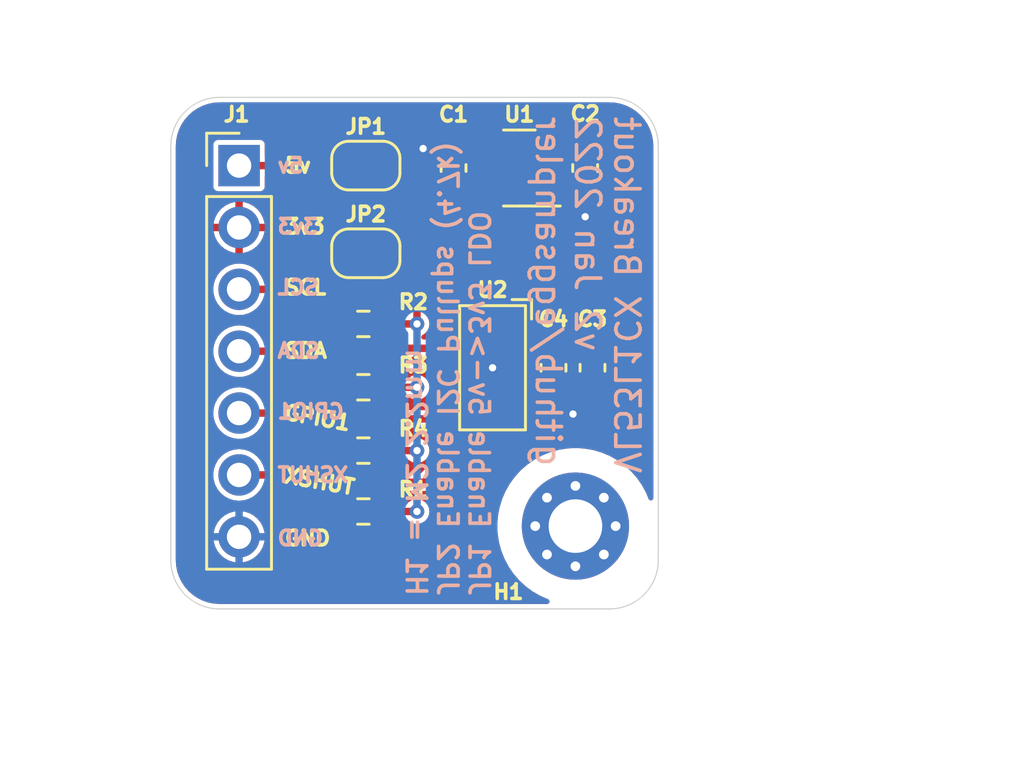
<source format=kicad_pcb>
(kicad_pcb (version 20211014) (generator pcbnew)
  (layers (0 "F.Cu" signal) (31 "B.Cu" signal) (34 "B.Paste" user) (35 "F.Paste" user) (36 "B.SilkS" user "B.Silkscreen") (37 "F.SilkS" user "F.Silkscreen") (38 "B.Mask" user) (39 "F.Mask" user) (44 "Edge.Cuts" user))
  (net 0 "")
  (net 1 "GND")
  (net 2 "+5V")
  (net 3 "+3V3")
  (net 4 "/XSHUT")
  (net 5 "/SCL")
  (net 6 "/SDA")
  (net 7 "/GPIO1")
  (net 9 "VCC")
  (net 10 "/PULLUP")
  (footprint "Capacitor_SMD:C_0603_1608Metric" (layer "F.Cu") (at 133.6 98.9 90)
    (fp_text reference "C1" (at 2.2 0 180) (layer "F.SilkS") (effects (font (size 0.6 0.6))))
    (fp_text value "1u")
    (fp_line (start -0.14058 -0.51) (end 0.14058 -0.51) (layer "F.SilkS") (width 0.12))
    (fp_line (start -0.14058 0.51) (end 0.14058 0.51) (layer "F.SilkS") (width 0.12))
    (pad "1" smd roundrect locked (at -0.775 0 90) (size 0.9 0.95) (layers "F.Cu" "F.Paste" "F.Mask") (net 9 "VCC"))
    (pad "2" smd roundrect locked (at 0.775 0 90) (size 0.9 0.95) (layers "F.Cu" "F.Paste" "F.Mask") (net 1 "GND"))
  )
  (footprint "Capacitor_SMD:C_0603_1608Metric" (layer "F.Cu") (at 139 98.9 -90)
    (fp_text reference "C2" (at -2.225 0 180) (layer "F.SilkS") (effects (font (size 0.6 0.6))))
    (fp_text value "1u")
    (fp_line (start -0.14058 0.51) (end 0.14058 0.51) (layer "F.SilkS") (width 0.12))
    (fp_line (start -0.14058 -0.51) (end 0.14058 -0.51) (layer "F.SilkS") (width 0.12))
    (pad "1" smd roundrect locked (at -0.775 0 270) (size 0.9 0.95) (layers "F.Cu" "F.Paste" "F.Mask") (net 3 "+3V3"))
    (pad "2" smd roundrect locked (at 0.775 0 270) (size 0.9 0.95) (layers "F.Cu" "F.Paste" "F.Mask") (net 1 "GND"))
  )
  (footprint "Capacitor_SMD:C_0603_1608Metric" (layer "F.Cu") (at 139.3 107.1 -90)
    (fp_text reference "C3" (at -2 0 180) (layer "F.SilkS") (effects (font (size 0.6 0.6))))
    (fp_text value "100n")
    (fp_line (start -0.14058 -0.51) (end 0.14058 -0.51) (layer "F.SilkS") (width 0.12))
    (fp_line (start -0.14058 0.51) (end 0.14058 0.51) (layer "F.SilkS") (width 0.12))
    (pad "1" smd roundrect locked (at -0.775 0 270) (size 0.9 0.95) (layers "F.Cu" "F.Paste" "F.Mask") (net 3 "+3V3"))
    (pad "2" smd roundrect locked (at 0.775 0 270) (size 0.9 0.95) (layers "F.Cu" "F.Paste" "F.Mask") (net 1 "GND"))
  )
  (footprint "Capacitor_SMD:C_0603_1608Metric" (layer "F.Cu") (at 137.7 107.1 -90)
    (fp_text reference "C4" (at -2 0 180) (layer "F.SilkS") (effects (font (size 0.6 0.6))))
    (fp_text value "4.7u")
    (fp_line (start -0.14058 0.51) (end 0.14058 0.51) (layer "F.SilkS") (width 0.12))
    (fp_line (start -0.14058 -0.51) (end 0.14058 -0.51) (layer "F.SilkS") (width 0.12))
    (pad "1" smd roundrect locked (at -0.775 0 270) (size 0.9 0.95) (layers "F.Cu" "F.Paste" "F.Mask") (net 3 "+3V3"))
    (pad "2" smd roundrect locked (at 0.775 0 270) (size 0.9 0.95) (layers "F.Cu" "F.Paste" "F.Mask") (net 1 "GND"))
  )
  (footprint "Connector_PinHeader_2.54mm:PinHeader_1x07_P2.54mm_Vertical" (layer "F.Cu") (at 124.8 98.8)
    (fp_text reference "J1" (at -0.1 -2.1) (layer "F.SilkS") (effects (font (size 0.6 0.6))))
    (fp_text value "Conn_01x07")
    (fp_line (start 1.33 1.27) (end 1.33 16.57) (layer "F.SilkS") (width 0.12))
    (fp_line (start -1.33 0) (end -1.33 -1.33) (layer "F.SilkS") (width 0.12))
    (fp_line (start -1.33 1.27) (end 1.33 1.27) (layer "F.SilkS") (width 0.12))
    (fp_line (start -1.33 1.27) (end -1.33 16.57) (layer "F.SilkS") (width 0.12))
    (fp_line (start -1.33 -1.33) (end 0 -1.33) (layer "F.SilkS") (width 0.12))
    (fp_line (start -1.33 16.57) (end 1.33 16.57) (layer "F.SilkS") (width 0.12))
    (pad "1" thru_hole rect locked (at 0 0) (size 1.7 1.7) (drill 1) (layers *.Cu *.Mask) (net 2 "+5V"))
    (pad "2" thru_hole oval locked (at 0 2.54) (size 1.7 1.7) (drill 1) (layers *.Cu *.Mask) (net 3 "+3V3"))
    (pad "3" thru_hole oval locked (at 0 5.08) (size 1.7 1.7) (drill 1) (layers *.Cu *.Mask) (net 5 "/SCL"))
    (pad "4" thru_hole oval locked (at 0 7.62) (size 1.7 1.7) (drill 1) (layers *.Cu *.Mask) (net 6 "/SDA"))
    (pad "5" thru_hole oval locked (at 0 10.16) (size 1.7 1.7) (drill 1) (layers *.Cu *.Mask) (net 7 "/GPIO1"))
    (pad "6" thru_hole oval locked (at 0 12.7) (size 1.7 1.7) (drill 1) (layers *.Cu *.Mask) (net 4 "/XSHUT"))
    (pad "7" thru_hole oval locked (at 0 15.24) (size 1.7 1.7) (drill 1) (layers *.Cu *.Mask) (net 1 "GND"))
  )
  (footprint "Resistor_SMD:R_0603_1608Metric" (layer "F.Cu") (at 129.9 113 180)
    (fp_text reference "R1" (at -2.05 0.9) (layer "F.SilkS") (effects (font (size 0.6 0.6))))
    (fp_text value "4.7K")
    (fp_line (start -0.237258 0.5225) (end 0.237258 0.5225) (layer "F.SilkS") (width 0.12))
    (fp_line (start -0.237258 -0.5225) (end 0.237258 -0.5225) (layer "F.SilkS") (width 0.12))
    (pad "1" smd roundrect locked (at -0.825 0 180) (size 0.8 0.95) (layers "F.Cu" "F.Paste" "F.Mask") (net 10 "/PULLUP"))
    (pad "2" smd roundrect locked (at 0.825 0 180) (size 0.8 0.95) (layers "F.Cu" "F.Paste" "F.Mask") (net 4 "/XSHUT"))
  )
  (footprint "Resistor_SMD:R_0603_1608Metric" (layer "F.Cu") (at 129.9 105.3 180)
    (fp_text reference "R2" (at -2.05 0.9) (layer "F.SilkS") (effects (font (size 0.6 0.6))))
    (fp_text value "4.7K")
    (fp_line (start -0.237258 -0.5225) (end 0.237258 -0.5225) (layer "F.SilkS") (width 0.12))
    (fp_line (start -0.237258 0.5225) (end 0.237258 0.5225) (layer "F.SilkS") (width 0.12))
    (pad "1" smd roundrect locked (at -0.825 0 180) (size 0.8 0.95) (layers "F.Cu" "F.Paste" "F.Mask") (net 10 "/PULLUP"))
    (pad "2" smd roundrect locked (at 0.825 0 180) (size 0.8 0.95) (layers "F.Cu" "F.Paste" "F.Mask") (net 5 "/SCL"))
  )
  (footprint "Resistor_SMD:R_0603_1608Metric" (layer "F.Cu") (at 129.9 107.9 180)
    (fp_text reference "R3" (at -2.05 0.9) (layer "F.SilkS") (effects (font (size 0.6 0.6))))
    (fp_text value "4.7K")
    (fp_line (start -0.237258 -0.5225) (end 0.237258 -0.5225) (layer "F.SilkS") (width 0.12))
    (fp_line (start -0.237258 0.5225) (end 0.237258 0.5225) (layer "F.SilkS") (width 0.12))
    (pad "1" smd roundrect locked (at -0.825 0 180) (size 0.8 0.95) (layers "F.Cu" "F.Paste" "F.Mask") (net 10 "/PULLUP"))
    (pad "2" smd roundrect locked (at 0.825 0 180) (size 0.8 0.95) (layers "F.Cu" "F.Paste" "F.Mask") (net 6 "/SDA"))
  )
  (footprint "Resistor_SMD:R_0603_1608Metric" (layer "F.Cu") (at 129.9 110.5 180)
    (fp_text reference "R4" (at -2.05 0.9) (layer "F.SilkS") (effects (font (size 0.6 0.6))))
    (fp_text value "4.7K")
    (fp_line (start -0.237258 0.5225) (end 0.237258 0.5225) (layer "F.SilkS") (width 0.12))
    (fp_line (start -0.237258 -0.5225) (end 0.237258 -0.5225) (layer "F.SilkS") (width 0.12))
    (pad "1" smd roundrect locked (at -0.825 0 180) (size 0.8 0.95) (layers "F.Cu" "F.Paste" "F.Mask") (net 10 "/PULLUP"))
    (pad "2" smd roundrect locked (at 0.825 0 180) (size 0.8 0.95) (layers "F.Cu" "F.Paste" "F.Mask") (net 7 "/GPIO1"))
  )
  (footprint "Package_TO_SOT_SMD:SOT-23" (layer "F.Cu") (at 136.3 98.9 180)
    (fp_text reference "U1" (at 0 2.2) (layer "F.SilkS") (effects (font (size 0.6 0.6))))
    (fp_text value "XC6206PxxxMR")
    (fp_line (start 0 1.56) (end 0.65 1.56) (layer "F.SilkS") (width 0.12))
    (fp_line (start 0 -1.56) (end 0.65 -1.56) (layer "F.SilkS") (width 0.12))
    (fp_line (start 0 -1.56) (end -1.675 -1.56) (layer "F.SilkS") (width 0.12))
    (fp_line (start 0 1.56) (end -0.65 1.56) (layer "F.SilkS") (width 0.12))
    (pad "1" smd roundrect locked (at -0.9375 -0.95 180) (size 1.475 0.6) (layers "F.Cu" "F.Paste" "F.Mask") (net 1 "GND"))
    (pad "2" smd roundrect locked (at -0.9375 0.95 180) (size 1.475 0.6) (layers "F.Cu" "F.Paste" "F.Mask") (net 3 "+3V3"))
    (pad "3" smd roundrect locked (at 0.9375 0 180) (size 1.475 0.6) (layers "F.Cu" "F.Paste" "F.Mask") (net 9 "VCC"))
  )
  (footprint "Sensor_Distance:ST_VL53L1x" (layer "F.Cu") (at 135.2 107.1 -90)
    (fp_text reference "U2" (at -3.2 0 180) (layer "F.SilkS") (effects (font (size 0.6 0.6))))
    (fp_text value "VL53L1CXV0FY1")
    (fp_line (start -2.8 -1.6) (end -2 -1.6) (layer "F.SilkS") (width 0.12))
    (fp_line (start -2.8 -0.8) (end -2.8 -1.6) (layer "F.SilkS") (width 0.12))
    (fp_line (start -2.55 1.35) (end 2.55 1.35) (layer "F.SilkS") (width 0.12))
    (fp_line (start 2.55 1.35) (end 2.55 -1.35) (layer "F.SilkS") (width 0.12))
    (fp_line (start 2.55 -1.35) (end -2.55 -1.35) (layer "F.SilkS") (width 0.12))
    (fp_line (start -2.55 -1.35) (end -2.55 1.35) (layer "F.SilkS") (width 0.12))
    (pad "1" smd roundrect locked (at -1.74 -0.675 270) (size 0.38 0.25) (layers "F.Cu" "F.Paste" "F.Mask") (net 3 "+3V3"))
    (pad "1" smd roundrect locked (at -1.6 -0.8 270) (size 0.5 0.5) (layers "F.Cu" "F.Paste" "F.Mask") (net 3 "+3V3"))
    (pad "2" smd roundrect locked (at -0.8 -0.8 270) (size 0.5 0.5) (layers "F.Cu" "F.Paste" "F.Mask") (net 1 "GND"))
    (pad "3" smd roundrect locked (at 0 -0.8 270) (size 0.5 0.5) (layers "F.Cu" "F.Paste" "F.Mask") (net 1 "GND"))
    (pad "4" smd roundrect locked (at 0.8 -0.8 270) (size 0.5 0.5) (layers "F.Cu" "F.Paste" "F.Mask") (net 1 "GND"))
    (pad "5" smd roundrect locked (at 1.6 -0.8 270) (size 0.5 0.5) (layers "F.Cu" "F.Paste" "F.Mask") (net 4 "/XSHUT"))
    (pad "6" smd roundrect locked (at 1.6 0 270) (size 0.5 0.5) (layers "F.Cu" "F.Paste" "F.Mask") (net 1 "GND"))
    (pad "7" smd roundrect locked (at 1.6 0.8 270) (size 0.5 0.5) (layers "F.Cu" "F.Paste" "F.Mask") (net 7 "/GPIO1"))
    (pad "8" smd roundrect locked (at 0.8 0.8 270) (size 0.5 0.5) (layers "F.Cu" "F.Paste" "F.Mask"))
    (pad "9" smd roundrect locked (at 0 0.8 270) (size 0.5 0.5) (layers "F.Cu" "F.Paste" "F.Mask") (net 6 "/SDA"))
    (pad "10" smd roundrect locked (at -0.8 0.8 270) (size 0.5 0.5) (layers "F.Cu" "F.Paste" "F.Mask") (net 5 "/SCL"))
    (pad "11" smd roundrect locked (at -1.6 0.8 270) (size 0.5 0.5) (layers "F.Cu" "F.Paste" "F.Mask") (net 3 "+3V3"))
    (pad "12" smd roundrect locked (at -1.6 0 270) (size 0.5 0.5) (layers "F.Cu" "F.Paste" "F.Mask") (net 1 "GND"))
  )
  (footprint "MountingHole:MountingHole_2.2mm_M2_Pad_Via" (layer "F.Cu") (at 138.6 113.6)
    (fp_text reference "H1" (at -2.75 2.7) (layer "F.SilkS") (effects (font (size 0.6 0.6))))
    (fp_text value "MountingHole")
    (pad "1" thru_hole circle locked (at 1.65 0) (size 0.7 0.7) (drill 0.4) (layers *.Cu *.Mask))
    (pad "1" thru_hole circle locked (at -1.166726 1.166726) (size 0.7 0.7) (drill 0.4) (layers *.Cu *.Mask))
    (pad "1" thru_hole circle locked (at -1.166726 -1.166726) (size 0.7 0.7) (drill 0.4) (layers *.Cu *.Mask))
    (pad "1" thru_hole circle locked (at 0 1.65) (size 0.7 0.7) (drill 0.4) (layers *.Cu *.Mask))
    (pad "1" thru_hole circle locked (at -1.65 0) (size 0.7 0.7) (drill 0.4) (layers *.Cu *.Mask))
    (pad "1" thru_hole circle locked (at 1.166726 1.166726) (size 0.7 0.7) (drill 0.4) (layers *.Cu *.Mask))
    (pad "1" thru_hole circle locked (at 0 0) (size 4.4 4.4) (drill 2.2) (layers *.Cu *.Mask) (clearance 1))
    (pad "1" thru_hole circle locked (at 1.166726 -1.166726) (size 0.7 0.7) (drill 0.4) (layers *.Cu *.Mask))
    (pad "1" thru_hole circle locked (at 0 -1.65) (size 0.7 0.7) (drill 0.4) (layers *.Cu *.Mask))
  )
  (footprint "Jumper:SolderJumper-2_P1.3mm_Open_RoundedPad1.0x1.5mm" (layer "F.Cu") (at 130 98.8)
    (fp_text reference "JP1" (at 0 -1.6) (layer "F.SilkS") (effects (font (size 0.6 0.6))))
    (fp_text value "SolderJumper_2_Open")
    (fp_line (start -0.7 -1) (end 0.7 -1) (layer "F.SilkS") (width 0.12))
    (fp_line (start -1.4 0.3) (end -1.4 -0.3) (layer "F.SilkS") (width 0.12))
    (fp_line (start 0.7 1) (end -0.7 1) (layer "F.SilkS") (width 0.12))
    (fp_line (start 1.4 -0.3) (end 1.4 0.3) (layer "F.SilkS") (width 0.12))
    (fp_arc (start 1.4 0.3) (mid 1.194975 0.794975) (end 0.7 1) (layer "F.SilkS") (width 0.12))
    (fp_arc (start -0.7 1) (mid -1.194975 0.794975) (end -1.4 0.3) (layer "F.SilkS") (width 0.12))
    (fp_arc (start -1.4 -0.3) (mid -1.194975 -0.794975) (end -0.7 -1) (layer "F.SilkS") (width 0.12))
    (fp_arc (start 0.7 -1) (mid 1.194975 -0.794975) (end 1.4 -0.3) (layer "F.SilkS") (width 0.12))
    (pad "1" smd custom locked (at -0.65 0) (size 1 0.5) (layers "F.Cu" "F.Mask") (net 2 "+5V") (options (clearance outline) (anchor rect)) (primitives (gr_circle (center 0 0.25) (end 0.5 0.25) (width 0) (fill yes)) (gr_circle (center 0 -0.25) (end 0.5 -0.25) (width 0) (fill yes)) (gr_poly (pts (xy 0.5 0.75) (xy 0 0.75) (xy 0 -0.75) (xy 0.5 -0.75)) (width 0) (fill yes))))
    (pad "2" smd custom locked (at 0.65 0) (size 1 0.5) (layers "F.Cu" "F.Mask") (net 9 "VCC") (options (clearance outline) (anchor rect)) (primitives (gr_circle (center 0 0.25) (end 0.5 0.25) (width 0) (fill yes)) (gr_circle (center 0 -0.25) (end 0.5 -0.25) (width 0) (fill yes)) (gr_poly (pts (xy 0 0.75) (xy -0.5 0.75) (xy -0.5 -0.75) (xy 0 -0.75)) (width 0) (fill yes))))
  )
  (footprint "Jumper:SolderJumper-2_P1.3mm_Bridged_RoundedPad1.0x1.5mm" (layer "F.Cu") (at 130 102.4 180)
    (fp_text reference "JP2" (at 0 1.6) (layer "F.SilkS") (effects (font (size 0.6 0.6))))
    (fp_text value "SolderJumper_2_Bridged")
    (fp_poly (pts (xy 0.25 -0.3) (xy -0.25 -0.3) (xy -0.25 0.3) (xy 0.25 0.3)) (layer "F.Cu") (width 0) (fill solid))
    (fp_line (start 1.4 -0.3) (end 1.4 0.3) (layer "F.SilkS") (width 0.12))
    (fp_line (start -1.4 0.3) (end -1.4 -0.3) (layer "F.SilkS") (width 0.12))
    (fp_line (start -0.7 -1) (end 0.7 -1) (layer "F.SilkS") (width 0.12))
    (fp_line (start 0.7 1) (end -0.7 1) (layer "F.SilkS") (width 0.12))
    (fp_arc (start -1.4 -0.3) (mid -1.194975 -0.794975) (end -0.7 -1) (layer "F.SilkS") (width 0.12))
    (fp_arc (start 0.7 -1) (mid 1.194975 -0.794975) (end 1.4 -0.3) (layer "F.SilkS") (width 0.12))
    (fp_arc (start 1.4 0.3) (mid 1.194975 0.794975) (end 0.7 1) (layer "F.SilkS") (width 0.12))
    (fp_arc (start -0.7 1) (mid -1.194975 0.794975) (end -1.4 0.3) (layer "F.SilkS") (width 0.12))
    (pad "1" smd custom locked (at -0.65 0 180) (size 1 0.5) (layers "F.Cu" "F.Mask") (net 10 "/PULLUP") (options (clearance outline) (anchor rect)) (primitives (gr_circle (center 0 0.25) (end 0.5 0.25) (width 0) (fill yes)) (gr_circle (center 0 -0.25) (end 0.5 -0.25) (width 0) (fill yes)) (gr_poly (pts (xy 0.5 0.75) (xy 0 0.75) (xy 0 -0.75) (xy 0.5 -0.75)) (width 0) (fill yes))))
    (pad "2" smd custom locked (at 0.65 0 180) (size 1 0.5) (layers "F.Cu" "F.Mask") (net 3 "+3V3") (options (clearance outline) (anchor rect)) (primitives (gr_circle (center 0 0.25) (end 0.5 0.25) (width 0) (fill yes)) (gr_circle (center 0 -0.25) (end 0.5 -0.25) (width 0) (fill yes)) (gr_poly (pts (xy 0 0.75) (xy -0.5 0.75) (xy -0.5 -0.75) (xy 0 -0.75)) (width 0) (fill yes))))
  )
  (gr_line (start 122 115) (end 122 98) (layer "Edge.Cuts") (width 0.05))
  (gr_arc (start 124 117) (mid 122.585786 116.414214) (end 122 115) (layer "Edge.Cuts") (width 0.05))
  (gr_arc (start 122 98) (mid 122.585786 96.585786) (end 124 96) (layer "Edge.Cuts") (width 0.05))
  (gr_line (start 140 117) (end 124 117) (layer "Edge.Cuts") (width 0.05))
  (gr_line (start 124 96) (end 140 96) (layer "Edge.Cuts") (width 0.05))
  (gr_arc (start 140 96) (mid 141.414214 96.585786) (end 142 98) (layer "Edge.Cuts") (width 0.05))
  (gr_line (start 142 98) (end 142 115) (layer "Edge.Cuts") (width 0.05))
  (gr_arc (start 142 115) (mid 141.414214 116.414214) (end 140 117) (layer "Edge.Cuts") (width 0.05))
  (gr_text "GND" (at 126.3 114.1) (layer "B.SilkS") (effects (font (size 0.6 0.6)) (justify right mirror)))
  (gr_text "5v" (at 126.3 98.8) (layer "B.SilkS") (effects (font (size 0.6 0.6)) (justify right mirror)))
  (gr_text "SDA" (at 126.3 106.4) (layer "B.SilkS") (effects (font (size 0.6 0.6)) (justify right mirror)))
  (gr_text "VL53L1CX Breakout\nv2 Jan 2022\ngithub/eggsampler" (at 139.1 96.7 -90) (layer "B.SilkS") (effects (font (size 1 1)) (justify right mirror)))
  (gr_text "JP1 Enable 5v->3v3 LDO\nJP2 Enable I2C Pullups (4.7k)\nH1 = M2 2.2mm" (at 133.35 116.55 -90) (layer "B.SilkS") (effects (font (size 0.8 0.8)) (justify left mirror)))
  (gr_text "GPIO1" (at 126.3 108.9) (layer "B.SilkS") (effects (font (size 0.6 0.6)) (justify right mirror)))
  (gr_text "XSHUT" (at 126.3 111.5) (layer "B.SilkS") (effects (font (size 0.6 0.6)) (justify right mirror)))
  (gr_text "SCL" (at 126.3 103.8) (layer "B.SilkS") (effects (font (size 0.6 0.6)) (justify right mirror)))
  (gr_text "3v3" (at 126.3 101.3) (layer "B.SilkS") (effects (font (size 0.6 0.6)) (justify right mirror)))
  (gr_text "XSHUT" (at 126.6 111.5 -10) (layer "F.SilkS") (effects (font (size 0.6 0.6)) (justify left)))
  (gr_text "3v3" (at 126.6 101.3) (layer "F.SilkS") (effects (font (size 0.6 0.6)) (justify left)))
  (gr_text "5v" (at 126.6 98.8) (layer "F.SilkS") (effects (font (size 0.6 0.6)) (justify left)))
  (gr_text "SCL" (at 126.6 103.8) (layer "F.SilkS") (effects (font (size 0.6 0.6)) (justify left)))
  (gr_text "SDA" (at 126.6 106.4) (layer "F.SilkS") (effects (font (size 0.6 0.6)) (justify left)))
  (gr_text "GND" (at 126.6 114.1) (layer "F.SilkS") (effects (font (size 0.6 0.6)) (justify left)))
  (gr_text "GPIO1" (at 126.6 108.9 -10) (layer "F.SilkS") (effects (font (size 0.6 0.6)) (justify left)))
  (segment (start 135.2 105.5) (end 135.2 107.1) (width 0.1524) (layer "F.Cu") (net 1))
  (segment (start 136 107.9) (end 135.2 107.1) (width 0.1524) (layer "F.Cu") (net 1))
  (segment (start 139 100.9) (end 139 99.675) (width 0.3048) (layer "F.Cu") (net 1))
  (segment (start 135.2 108.7) (end 135.2 107.1) (width 0.1524) (layer "F.Cu") (net 1))
  (segment (start 136 107.1) (end 135.2 107.1) (width 0.1524) (layer "F.Cu") (net 1))
  (segment (start 137.7 108.2) (end 138.5 109) (width 0.3048) (layer "F.Cu") (net 1))
  (segment (start 137.2375 99.85) (end 138.825 99.85) (width 0.3048) (layer "F.Cu") (net 1))
  (segment (start 139.3 108.2) (end 138.5 109) (width 0.3048) (layer "F.Cu") (net 1))
  (segment (start 136 106.3) (end 135.2 107.1) (width 0.1524) (layer "F.Cu") (net 1))
  (segment (start 137.675 107.9) (end 137.7 107.875) (width 0.3048) (layer "F.Cu") (net 1))
  (segment (start 132.35 98.1) (end 132.375 98.125) (width 0.3048) (layer "F.Cu") (net 1))
  (segment (start 138.825 99.85) (end 139 99.675) (width 0.3048) (layer "F.Cu") (net 1))
  (segment (start 132.375 98.125) (end 133.8 98.125) (width 0.3048) (layer "F.Cu") (net 1))
  (segment (start 139.3 107.875) (end 139.3 108.2) (width 0.3048) (layer "F.Cu") (net 1))
  (segment (start 137.7 107.875) (end 137.7 108.2) (width 0.3048) (layer "F.Cu") (net 1))
  (via (at 138.5 109) (size 0.6) (drill 0.3) (layers "F.Cu" "B.Cu") (net 1))
  (via (at 132.35 98.1) (size 0.6) (drill 0.3) (layers "F.Cu" "B.Cu") (net 1))
  (via (at 135.2 107.1) (size 0.6) (drill 0.3) (layers "F.Cu" "B.Cu") (net 1))
  (via (at 139 100.9) (size 0.6) (drill 0.3) (layers "F.Cu" "B.Cu") (net 1))
  (segment (start 124.8 98.8) (end 129.35 98.8) (width 0.3048) (layer "F.Cu") (net 2))
  (segment (start 137.7 106.325) (end 139.3 106.325) (width 0.3048) (layer "F.Cu") (net 3))
  (segment (start 138.825 97.95) (end 139 98.125) (width 0.3048) (layer "F.Cu") (net 3))
  (segment (start 137.525 106.325) (end 136.7 105.5) (width 0.3048) (layer "F.Cu") (net 3))
  (segment (start 136.7 105.5) (end 136 105.5) (width 0.3048) (layer "F.Cu") (net 3))
  (segment (start 136 105.5) (end 136 105.25) (width 0.3048) (layer "F.Cu") (net 3))
  (segment (start 137.7 106.325) (end 137.525 106.325) (width 0.3048) (layer "F.Cu") (net 3))
  (segment (start 135.6 104.85) (end 134.8 104.85) (width 0.3048) (layer "F.Cu") (net 3))
  (segment (start 137.2375 97.95) (end 138.825 97.95) (width 0.3048) (layer "F.Cu") (net 3))
  (segment (start 134.8 104.85) (end 134.4 105.25) (width 0.3048) (layer "F.Cu") (net 3))
  (segment (start 136 105.25) (end 135.6 104.85) (width 0.3048) (layer "F.Cu") (net 3))
  (segment (start 134.4 105.25) (end 134.4 105.5) (width 0.3048) (layer "F.Cu") (net 3))
  (segment (start 130.275 111.8) (end 129.075 113) (width 0.3048) (layer "F.Cu") (net 4))
  (segment (start 132.4 111.8) (end 130.275 111.8) (width 0.3048) (layer "F.Cu") (net 4))
  (segment (start 129.075 113) (end 127.575 111.5) (width 0.3048) (layer "F.Cu") (net 4))
  (segment (start 136 108.7) (end 136 109.1) (width 0.3048) (layer "F.Cu") (net 4))
  (segment (start 135.1 110) (end 134.2 110) (width 0.3048) (layer "F.Cu") (net 4))
  (segment (start 134.2 110) (end 132.4 111.8) (width 0.3048) (layer "F.Cu") (net 4))
  (segment (start 136 109.1) (end 135.1 110) (width 0.3048) (layer "F.Cu") (net 4))
  (segment (start 127.575 111.5) (end 124.8 111.5) (width 0.3048) (layer "F.Cu") (net 4))
  (segment (start 129.075 105.3) (end 127.655 103.88) (width 0.3048) (layer "F.Cu") (net 5))
  (segment (start 134.4 106.3) (end 130.075 106.3) (width 0.3048) (layer "F.Cu") (net 5))
  (segment (start 127.655 103.88) (end 124.8 103.88) (width 0.3048) (layer "F.Cu") (net 5))
  (segment (start 130.075 106.3) (end 129.075 105.3) (width 0.3048) (layer "F.Cu") (net 5))
  (segment (start 129.075 107.9) (end 127.595 106.42) (width 0.3048) (layer "F.Cu") (net 6))
  (segment (start 129.075 107.9) (end 130.175 106.8) (width 0.3048) (layer "F.Cu") (net 6))
  (segment (start 133.6 107.1) (end 134.4 107.1) (width 0.3048) (layer "F.Cu") (net 6))
  (segment (start 133.3 106.8) (end 133.6 107.1) (width 0.3048) (layer "F.Cu") (net 6))
  (segment (start 127.595 106.42) (end 124.8 106.42) (width 0.3048) (layer "F.Cu") (net 6))
  (segment (start 130.175 106.8) (end 133.3 106.8) (width 0.3048) (layer "F.Cu") (net 6))
  (segment (start 127.535 108.96) (end 124.8 108.96) (width 0.3048) (layer "F.Cu") (net 7))
  (segment (start 134.4 108.7) (end 133.2 108.7) (width 0.3048) (layer "F.Cu") (net 7))
  (segment (start 133.2 108.7) (end 132.7 109.2) (width 0.3048) (layer "F.Cu") (net 7))
  (segment (start 130.375 109.2) (end 129.075 110.5) (width 0.3048) (layer "F.Cu") (net 7))
  (segment (start 132.7 109.2) (end 130.375 109.2) (width 0.3048) (layer "F.Cu") (net 7))
  (segment (start 129.075 110.5) (end 127.535 108.96) (width 0.3048) (layer "F.Cu") (net 7))
  (segment (start 135.3625 98.9) (end 134.375 98.9) (width 0.3048) (layer "F.Cu") (net 9))
  (segment (start 131.525 99.675) (end 130.65 98.8) (width 0.3048) (layer "F.Cu") (net 9))
  (segment (start 134.375 98.9) (end 133.6 99.675) (width 0.3048) (layer "F.Cu") (net 9))
  (segment (start 133.6 99.675) (end 131.525 99.675) (width 0.3048) (layer "F.Cu") (net 9))
  (segment (start 130.725 107.9) (end 132.1 107.9) (width 0.3048) (layer "F.Cu") (net 10))
  (segment (start 132.1 103.5) (end 130.65 102.05) (width 0.3048) (layer "F.Cu") (net 10))
  (segment (start 130.725 113) (end 132.1 113) (width 0.3048) (layer "F.Cu") (net 10))
  (segment (start 130.725 105.3) (end 132.1 105.3) (width 0.3048) (layer "F.Cu") (net 10))
  (segment (start 130.725 110.5) (end 132.1 110.5) (width 0.3048) (layer "F.Cu") (net 10))
  (segment (start 132.1 105.3) (end 132.1 103.5) (width 0.3048) (layer "F.Cu") (net 10))
  (via (at 132.1 105.3) (size 0.6) (drill 0.3) (layers "F.Cu" "B.Cu") (net 10))
  (via (at 132.1 113) (size 0.6) (drill 0.3) (layers "F.Cu" "B.Cu") (net 10))
  (via (at 132.1 107.9) (size 0.6) (drill 0.3) (layers "F.Cu" "B.Cu") (net 10))
  (via (at 132.1 110.5) (size 0.6) (drill 0.3) (layers "F.Cu" "B.Cu") (net 10))
  (segment (start 132.1 113) (end 132.1 110.5) (width 0.3048) (layer "B.Cu") (net 10))
  (segment (start 132.1 105.3) (end 132.1 107.9) (width 0.3048) (layer "B.Cu") (net 10))
  (segment (start 132.1 110.5) (end 132.1 107.9) (width 0.3048) (layer "B.Cu") (net 10))
  (zone (net 3) (net_name "+3V3") (layer "F.Cu") (connect_pads (clearance 0.2032)) (min_thickness 0.2032) (fill yes (thermal_gap 0.2032) (thermal_bridge_width 0.3048))
    (polygon (pts (xy 142 117) (xy 122 117) (xy 122 96) (xy 142 96)))
  )
  (zone (net 0) (net_name "") (layer "F.Cu") (connect_pads (clearance 0)) (min_thickness 0.2032)
    (keepout (tracks allowed) (vias allowed) (pads allowed) (copperpour not_allowed) (footprints allowed))
    (fill (thermal_gap 0.2032) (thermal_bridge_width 0.3048))
    (polygon (pts (xy 138.85 98.45) (xy 137.85 98.45) (xy 137.85 97.45) (xy 138.85 97.45)))
  )
  (zone (net 0) (net_name "") (layer "F.Cu") (connect_pads (clearance 0)) (min_thickness 0.2032)
    (keepout (tracks allowed) (vias allowed) (pads allowed) (copperpour not_allowed) (footprints allowed))
    (fill (thermal_gap 0.2032) (thermal_bridge_width 0.3048))
    (polygon (pts (xy 137.3 105.65) (xy 138.911987 105.65) (xy 138.9 106.95) (xy 137.55 106.95) (xy 137.225 106.55) (xy 136.6 105.85) (xy 136.55 105.85) (xy 136.55 105.15) (xy 136.8 105.15)))
  )
  (zone (net 0) (net_name "") (layer "F.Cu") (connect_pads (clearance 0)) (min_thickness 0.2032)
    (keepout (tracks allowed) (vias allowed) (pads allowed) (copperpour not_allowed) (footprints allowed))
    (fill (thermal_gap 0.2032) (thermal_bridge_width 0.3048))
    (polygon (pts (xy 136.55 109.65) (xy 133.85 109.65) (xy 133.85 104.55) (xy 136.55 104.55)))
  )
  (zone (net 1) (net_name "GND") (layer "B.Cu") (connect_pads thru_hole_only (clearance 0.2032)) (min_thickness 0.2032) (fill yes (thermal_gap 0.2032) (thermal_bridge_width 0.3048))
    (polygon (pts (xy 142 117) (xy 122 117) (xy 122 96) (xy 142 96)))
  )
)
</source>
